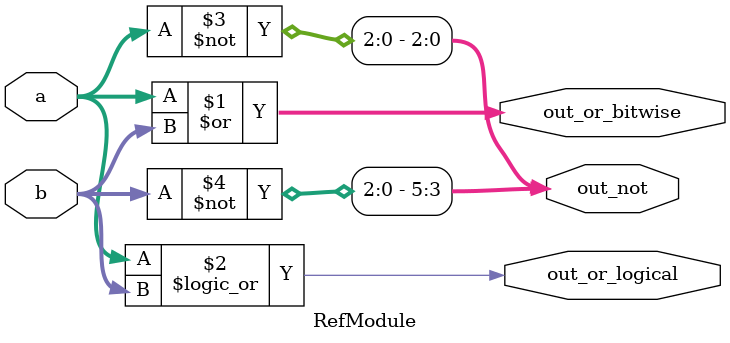
<source format=sv>

module RefModule (
  input [2:0] a,
  input [2:0] b,
  output [2:0] out_or_bitwise,
  output out_or_logical,
  output [5:0] out_not
);

  assign out_or_bitwise = a | b;
  assign out_or_logical = a || b;
  assign out_not = {~b,~a};

endmodule

</source>
